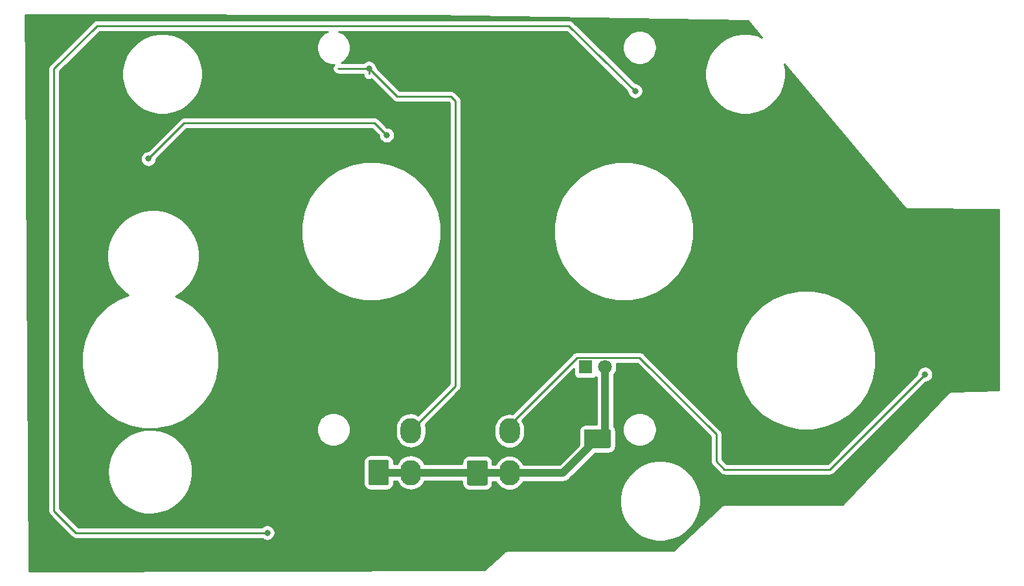
<source format=gbr>
%TF.GenerationSoftware,KiCad,Pcbnew,(5.1.12-1-10_14)*%
%TF.CreationDate,2021-11-25T17:09:38+11:00*%
%TF.ProjectId,Fuel Panel PCB V2,4675656c-2050-4616-9e65-6c2050434220,rev?*%
%TF.SameCoordinates,Original*%
%TF.FileFunction,Copper,L2,Bot*%
%TF.FilePolarity,Positive*%
%FSLAX46Y46*%
G04 Gerber Fmt 4.6, Leading zero omitted, Abs format (unit mm)*
G04 Created by KiCad (PCBNEW (5.1.12-1-10_14)) date 2021-11-25 17:09:38*
%MOMM*%
%LPD*%
G01*
G04 APERTURE LIST*
%TA.AperFunction,ComponentPad*%
%ADD10O,2.700000X3.300000*%
%TD*%
%TA.AperFunction,ComponentPad*%
%ADD11C,1.800000*%
%TD*%
%TA.AperFunction,ComponentPad*%
%ADD12R,1.800000X1.800000*%
%TD*%
%TA.AperFunction,ViaPad*%
%ADD13C,0.800000*%
%TD*%
%TA.AperFunction,ViaPad*%
%ADD14C,1.500000*%
%TD*%
%TA.AperFunction,Conductor*%
%ADD15C,0.250000*%
%TD*%
%TA.AperFunction,Conductor*%
%ADD16C,1.000000*%
%TD*%
%TA.AperFunction,Conductor*%
%ADD17C,0.254000*%
%TD*%
%TA.AperFunction,Conductor*%
%ADD18C,0.100000*%
%TD*%
G04 APERTURE END LIST*
D10*
%TO.P,J2,4*%
%TO.N,/DATAOUT*%
X163001000Y-130187000D03*
%TO.P,J2,3*%
%TO.N,/LEDGND*%
X158801000Y-130187000D03*
%TO.P,J2,2*%
%TO.N,/LED+5V*%
X163001000Y-135687000D03*
%TO.P,J2,1*%
%TA.AperFunction,ComponentPad*%
G36*
G01*
X157451000Y-137086999D02*
X157451000Y-134287001D01*
G75*
G02*
X157701001Y-134037000I250001J0D01*
G01*
X159900999Y-134037000D01*
G75*
G02*
X160151000Y-134287001I0J-250001D01*
G01*
X160151000Y-137086999D01*
G75*
G02*
X159900999Y-137337000I-250001J0D01*
G01*
X157701001Y-137337000D01*
G75*
G02*
X157451000Y-137086999I0J250001D01*
G01*
G37*
%TD.AperFunction*%
%TD*%
%TO.P,J1,4*%
%TO.N,/DATAIN*%
X150098000Y-130136000D03*
%TO.P,J1,3*%
%TO.N,/LEDGND*%
X145898000Y-130136000D03*
%TO.P,J1,2*%
%TO.N,/LED+5V*%
X150098000Y-135636000D03*
%TO.P,J1,1*%
%TA.AperFunction,ComponentPad*%
G36*
G01*
X144548000Y-137035999D02*
X144548000Y-134236001D01*
G75*
G02*
X144798001Y-133986000I250001J0D01*
G01*
X146997999Y-133986000D01*
G75*
G02*
X147248000Y-134236001I0J-250001D01*
G01*
X147248000Y-137035999D01*
G75*
G02*
X146997999Y-137286000I-250001J0D01*
G01*
X144798001Y-137286000D01*
G75*
G02*
X144548000Y-137035999I0J250001D01*
G01*
G37*
%TD.AperFunction*%
%TD*%
D11*
%TO.P,D33,2*%
%TO.N,/LED+5V*%
X175514000Y-121818000D03*
D12*
%TO.P,D33,1*%
%TO.N,Net-(D33-Pad1)*%
X172974000Y-121818000D03*
%TD*%
%TO.P,C1,2*%
%TO.N,/LEDGND*%
%TA.AperFunction,SMDPad,CuDef*%
G36*
G01*
X169748000Y-130216000D02*
X169748000Y-132216000D01*
G75*
G02*
X169498000Y-132466000I-250000J0D01*
G01*
X166498000Y-132466000D01*
G75*
G02*
X166248000Y-132216000I0J250000D01*
G01*
X166248000Y-130216000D01*
G75*
G02*
X166498000Y-129966000I250000J0D01*
G01*
X169498000Y-129966000D01*
G75*
G02*
X169748000Y-130216000I0J-250000D01*
G01*
G37*
%TD.AperFunction*%
%TO.P,C1,1*%
%TO.N,/LED+5V*%
%TA.AperFunction,SMDPad,CuDef*%
G36*
G01*
X176248000Y-130216000D02*
X176248000Y-132216000D01*
G75*
G02*
X175998000Y-132466000I-250000J0D01*
G01*
X172998000Y-132466000D01*
G75*
G02*
X172748000Y-132216000I0J250000D01*
G01*
X172748000Y-130216000D01*
G75*
G02*
X172998000Y-129966000I250000J0D01*
G01*
X175998000Y-129966000D01*
G75*
G02*
X176248000Y-130216000I0J-250000D01*
G01*
G37*
%TD.AperFunction*%
%TD*%
D13*
%TO.N,Net-(D4-Pad4)*%
X115818920Y-94554040D03*
X146951700Y-91465400D03*
%TO.N,Net-(D11-Pad4)*%
X131335780Y-143524222D03*
X179440840Y-85681820D03*
D14*
%TO.N,/LEDGND*%
X158079440Y-115740180D03*
X167584120Y-115884960D03*
X160071000Y-107604760D03*
X161160460Y-99860100D03*
X166980000Y-99583640D03*
X153449020Y-89966800D03*
X141848840Y-91912440D03*
X153609040Y-82034380D03*
X165691820Y-85608160D03*
X173319440Y-85511640D03*
X182120540Y-87972900D03*
X111993680Y-100584000D03*
X124170440Y-97223580D03*
X107553760Y-94452840D03*
X134502473Y-124609173D03*
X143774160Y-124510800D03*
X150738840Y-124818140D03*
X131124960Y-145564860D03*
X195003420Y-109491780D03*
X207403700Y-111749840D03*
X210233260Y-104559100D03*
X167723820Y-121772680D03*
X216735660Y-105699560D03*
X208920080Y-133946900D03*
X167538000Y-104408840D03*
D13*
%TO.N,/DATAIN*%
X144627600Y-82725260D03*
%TO.N,/DATAOUT*%
X217324340Y-122783000D03*
%TD*%
D15*
%TO.N,Net-(D4-Pad4)*%
X115818920Y-94554040D02*
X120495060Y-89877900D01*
X120495060Y-89877900D02*
X145348960Y-89877900D01*
X145348960Y-89877900D02*
X146951700Y-91465400D01*
X146951700Y-91465400D02*
X146936460Y-91465400D01*
%TO.N,Net-(D11-Pad4)*%
X131335780Y-143524222D02*
X106320842Y-143524222D01*
X106320842Y-143524222D02*
X103451660Y-140655040D01*
X103451660Y-140655040D02*
X103451660Y-82793840D01*
X103451660Y-82793840D02*
X109105700Y-77139800D01*
X109105700Y-77139800D02*
X170715940Y-77139800D01*
X170715940Y-77139800D02*
X170784520Y-77139800D01*
X170784520Y-77139800D02*
X179440840Y-85681820D01*
X179440840Y-85681820D02*
X179384960Y-85740240D01*
D16*
%TO.N,/LED+5V*%
X175514000Y-130200000D02*
X174498000Y-131216000D01*
X175514000Y-121818000D02*
X175514000Y-130200000D01*
X170027000Y-135687000D02*
X163001000Y-135687000D01*
X174498000Y-131216000D02*
X170027000Y-135687000D01*
X163001000Y-135687000D02*
X158801000Y-135687000D01*
X158750000Y-135636000D02*
X158801000Y-135687000D01*
X150098000Y-135636000D02*
X158750000Y-135636000D01*
X150098000Y-135636000D02*
X145898000Y-135636000D01*
D15*
%TO.N,/DATAIN*%
X144627600Y-82725260D02*
X140624560Y-82725260D01*
X144627600Y-82725260D02*
X144627600Y-83456780D01*
X155938220Y-86967060D02*
X155938220Y-124295780D01*
X155371800Y-86400640D02*
X155938220Y-86967060D01*
X144627600Y-82725260D02*
X148302980Y-86400640D01*
X155938220Y-124295780D02*
X150098000Y-130136000D01*
X148302980Y-86400640D02*
X155371800Y-86400640D01*
%TO.N,/DATAOUT*%
X217324340Y-122783000D02*
X204887900Y-135219440D01*
X204887900Y-135219440D02*
X191104520Y-135219440D01*
X191104520Y-135219440D02*
X190060580Y-134175500D01*
X190060580Y-134175500D02*
X190060580Y-130637280D01*
X163001000Y-129405998D02*
X163001000Y-130187000D01*
X180016299Y-120592999D02*
X171813999Y-120592999D01*
X171813999Y-120592999D02*
X163001000Y-129405998D01*
X190060580Y-130637280D02*
X180016299Y-120592999D01*
%TD*%
D17*
%TO.N,/LEDGND*%
X152749361Y-75793189D02*
X194200592Y-76499171D01*
X196011644Y-78662620D01*
X195353944Y-78390192D01*
X194334439Y-78187400D01*
X193294961Y-78187400D01*
X192275456Y-78390192D01*
X191315103Y-78787983D01*
X190450809Y-79365487D01*
X189715787Y-80100509D01*
X189138283Y-80964803D01*
X188740492Y-81925156D01*
X188537700Y-82944661D01*
X188537700Y-83984139D01*
X188740492Y-85003644D01*
X189138283Y-85963997D01*
X189715787Y-86828291D01*
X190450809Y-87563313D01*
X191315103Y-88140817D01*
X192275456Y-88538608D01*
X193294961Y-88741400D01*
X194334439Y-88741400D01*
X195353944Y-88538608D01*
X196314297Y-88140817D01*
X197178591Y-87563313D01*
X197913613Y-86828291D01*
X198491117Y-85963997D01*
X198888908Y-85003644D01*
X199091700Y-83984139D01*
X199091700Y-82944661D01*
X198934460Y-82154161D01*
X214628174Y-100901580D01*
X214665240Y-100947504D01*
X214694794Y-100972165D01*
X214722289Y-100999129D01*
X214744598Y-101013723D01*
X214765061Y-101030798D01*
X214798860Y-101049220D01*
X214831085Y-101070301D01*
X214855815Y-101080264D01*
X214879214Y-101093017D01*
X214915957Y-101104492D01*
X214951676Y-101118881D01*
X214977869Y-101123826D01*
X215003312Y-101131772D01*
X215041598Y-101135858D01*
X215079428Y-101143001D01*
X215138503Y-101142426D01*
X226925335Y-101238645D01*
X226973482Y-124830749D01*
X220894098Y-124967878D01*
X220859791Y-124965469D01*
X220797155Y-124973418D01*
X220734382Y-124981034D01*
X220732640Y-124981606D01*
X220730817Y-124981837D01*
X220670809Y-125001896D01*
X220610855Y-125021570D01*
X220609259Y-125022470D01*
X220607515Y-125023053D01*
X220552541Y-125054451D01*
X220497609Y-125085425D01*
X220496220Y-125086618D01*
X220494622Y-125087531D01*
X220446759Y-125129112D01*
X220398997Y-125170147D01*
X220377789Y-125197211D01*
X206522506Y-139852800D01*
X191152956Y-139852800D01*
X191131512Y-139849970D01*
X191088119Y-139852800D01*
X191077181Y-139852800D01*
X191055741Y-139854912D01*
X191001778Y-139858431D01*
X190991161Y-139861272D01*
X190980217Y-139862350D01*
X190928441Y-139878056D01*
X190876190Y-139892039D01*
X190866328Y-139896898D01*
X190855807Y-139900090D01*
X190808092Y-139925594D01*
X190759570Y-139949503D01*
X190750847Y-139956192D01*
X190741150Y-139961375D01*
X190699339Y-139995688D01*
X190682252Y-140008791D01*
X190674269Y-140016263D01*
X190640652Y-140043852D01*
X190626929Y-140060573D01*
X184498268Y-145797002D01*
X162807587Y-145847096D01*
X162788688Y-145844498D01*
X162742733Y-145847246D01*
X162729257Y-145847277D01*
X162710376Y-145849181D01*
X162658911Y-145852258D01*
X162645797Y-145855692D01*
X162632316Y-145857051D01*
X162583021Y-145872129D01*
X162533143Y-145885189D01*
X162520953Y-145891114D01*
X162507993Y-145895078D01*
X162462590Y-145919481D01*
X162416215Y-145942022D01*
X162405412Y-145950213D01*
X162393478Y-145956628D01*
X162353716Y-145989414D01*
X162338578Y-146000893D01*
X162328681Y-146010057D01*
X162293171Y-146039337D01*
X162281105Y-146054109D01*
X159760662Y-148387852D01*
X100223483Y-148537946D01*
X99773181Y-82793840D01*
X102687984Y-82793840D01*
X102691661Y-82831173D01*
X102691660Y-140617718D01*
X102687984Y-140655040D01*
X102691660Y-140692362D01*
X102691660Y-140692372D01*
X102702657Y-140804025D01*
X102726083Y-140881250D01*
X102746114Y-140947286D01*
X102816686Y-141079316D01*
X102832678Y-141098802D01*
X102911659Y-141195041D01*
X102940663Y-141218844D01*
X105757043Y-144035225D01*
X105780841Y-144064223D01*
X105809839Y-144088021D01*
X105896565Y-144159196D01*
X106028595Y-144229768D01*
X106171856Y-144273225D01*
X106283509Y-144284222D01*
X106283518Y-144284222D01*
X106320841Y-144287898D01*
X106358164Y-144284222D01*
X130632069Y-144284222D01*
X130676006Y-144328159D01*
X130845524Y-144441427D01*
X131033882Y-144519448D01*
X131233841Y-144559222D01*
X131437719Y-144559222D01*
X131637678Y-144519448D01*
X131826036Y-144441427D01*
X131995554Y-144328159D01*
X132139717Y-144183996D01*
X132252985Y-144014478D01*
X132331006Y-143826120D01*
X132370780Y-143626161D01*
X132370780Y-143422283D01*
X132331006Y-143222324D01*
X132252985Y-143033966D01*
X132139717Y-142864448D01*
X131995554Y-142720285D01*
X131826036Y-142607017D01*
X131637678Y-142528996D01*
X131437719Y-142489222D01*
X131233841Y-142489222D01*
X131033882Y-142528996D01*
X130845524Y-142607017D01*
X130676006Y-142720285D01*
X130632069Y-142764222D01*
X106635644Y-142764222D01*
X104211660Y-140340239D01*
X104211660Y-135534400D01*
X110457189Y-135534400D01*
X110546701Y-136528964D01*
X110812361Y-137491562D01*
X111245631Y-138391255D01*
X111832584Y-139199126D01*
X112554355Y-139889210D01*
X113387746Y-140439327D01*
X114305972Y-140831795D01*
X115279519Y-141054001D01*
X116277098Y-141098802D01*
X117266644Y-140964759D01*
X118216354Y-140656180D01*
X119095702Y-140182982D01*
X119876427Y-139560375D01*
X120519200Y-138824661D01*
X177427740Y-138824661D01*
X177427740Y-139864139D01*
X177630532Y-140883644D01*
X178028323Y-141843997D01*
X178605827Y-142708291D01*
X179340849Y-143443313D01*
X180205143Y-144020817D01*
X181165496Y-144418608D01*
X182185001Y-144621400D01*
X183224479Y-144621400D01*
X184243984Y-144418608D01*
X185204337Y-144020817D01*
X186068631Y-143443313D01*
X186803653Y-142708291D01*
X187381157Y-141843997D01*
X187778948Y-140883644D01*
X187981740Y-139864139D01*
X187981740Y-138824661D01*
X187778948Y-137805156D01*
X187381157Y-136844803D01*
X186803653Y-135980509D01*
X186068631Y-135245487D01*
X185204337Y-134667983D01*
X184243984Y-134270192D01*
X183224479Y-134067400D01*
X182185001Y-134067400D01*
X181165496Y-134270192D01*
X180205143Y-134667983D01*
X179340849Y-135245487D01*
X178605827Y-135980509D01*
X178028323Y-136844803D01*
X177630532Y-137805156D01*
X177427740Y-138824661D01*
X120519200Y-138824661D01*
X120533434Y-138808370D01*
X121045607Y-137951137D01*
X121396484Y-137016228D01*
X121574788Y-136033692D01*
X121574788Y-135035108D01*
X121429772Y-134236001D01*
X143909928Y-134236001D01*
X143909928Y-137035999D01*
X143926992Y-137209253D01*
X143977529Y-137375850D01*
X144059595Y-137529386D01*
X144170039Y-137663961D01*
X144304614Y-137774405D01*
X144458150Y-137856471D01*
X144624747Y-137907008D01*
X144798001Y-137924072D01*
X146997999Y-137924072D01*
X147171253Y-137907008D01*
X147337850Y-137856471D01*
X147491386Y-137774405D01*
X147625961Y-137663961D01*
X147736405Y-137529386D01*
X147818471Y-137375850D01*
X147869008Y-137209253D01*
X147886072Y-137035999D01*
X147886072Y-136771000D01*
X148293549Y-136771000D01*
X148439547Y-137044143D01*
X148687603Y-137346398D01*
X148989858Y-137594453D01*
X149334699Y-137778774D01*
X149708873Y-137892278D01*
X150098000Y-137930604D01*
X150487128Y-137892278D01*
X150861302Y-137778774D01*
X151206143Y-137594453D01*
X151508398Y-137346398D01*
X151756453Y-137044143D01*
X151902451Y-136771000D01*
X156812928Y-136771000D01*
X156812928Y-137086999D01*
X156829992Y-137260253D01*
X156880529Y-137426850D01*
X156962595Y-137580386D01*
X157073039Y-137714961D01*
X157207614Y-137825405D01*
X157361150Y-137907471D01*
X157527747Y-137958008D01*
X157701001Y-137975072D01*
X159900999Y-137975072D01*
X160074253Y-137958008D01*
X160240850Y-137907471D01*
X160394386Y-137825405D01*
X160528961Y-137714961D01*
X160639405Y-137580386D01*
X160721471Y-137426850D01*
X160772008Y-137260253D01*
X160789072Y-137086999D01*
X160789072Y-136822000D01*
X161196549Y-136822000D01*
X161342547Y-137095143D01*
X161590603Y-137397398D01*
X161892858Y-137645453D01*
X162237699Y-137829774D01*
X162611873Y-137943278D01*
X163001000Y-137981604D01*
X163390128Y-137943278D01*
X163764302Y-137829774D01*
X164109143Y-137645453D01*
X164411398Y-137397398D01*
X164659453Y-137095143D01*
X164805451Y-136822000D01*
X169971249Y-136822000D01*
X170027000Y-136827491D01*
X170082751Y-136822000D01*
X170082752Y-136822000D01*
X170249499Y-136805577D01*
X170463447Y-136740676D01*
X170660623Y-136635284D01*
X170833449Y-136493449D01*
X170868996Y-136450135D01*
X174215060Y-133104072D01*
X175998000Y-133104072D01*
X176171254Y-133087008D01*
X176337850Y-133036472D01*
X176491386Y-132954405D01*
X176625962Y-132843962D01*
X176736405Y-132709386D01*
X176818472Y-132555850D01*
X176869008Y-132389254D01*
X176886072Y-132216000D01*
X176886072Y-130216000D01*
X176869008Y-130042746D01*
X176818472Y-129876150D01*
X176767839Y-129781422D01*
X177780738Y-129781422D01*
X177780738Y-130218578D01*
X177866023Y-130647335D01*
X178033316Y-131051215D01*
X178276187Y-131414697D01*
X178585303Y-131723813D01*
X178948785Y-131966684D01*
X179352665Y-132133977D01*
X179781422Y-132219262D01*
X180218578Y-132219262D01*
X180647335Y-132133977D01*
X181051215Y-131966684D01*
X181414697Y-131723813D01*
X181723813Y-131414697D01*
X181966684Y-131051215D01*
X182133977Y-130647335D01*
X182219262Y-130218578D01*
X182219262Y-129781422D01*
X182133977Y-129352665D01*
X181966684Y-128948785D01*
X181723813Y-128585303D01*
X181414697Y-128276187D01*
X181051215Y-128033316D01*
X180647335Y-127866023D01*
X180218578Y-127780738D01*
X179781422Y-127780738D01*
X179352665Y-127866023D01*
X178948785Y-128033316D01*
X178585303Y-128276187D01*
X178276187Y-128585303D01*
X178033316Y-128948785D01*
X177866023Y-129352665D01*
X177780738Y-129781422D01*
X176767839Y-129781422D01*
X176736405Y-129722614D01*
X176649000Y-129616110D01*
X176649000Y-122853817D01*
X176706312Y-122796505D01*
X176874299Y-122545095D01*
X176990011Y-122265743D01*
X177049000Y-121969184D01*
X177049000Y-121666816D01*
X176990011Y-121370257D01*
X176982862Y-121352999D01*
X179701498Y-121352999D01*
X189300581Y-130952084D01*
X189300580Y-134138177D01*
X189296904Y-134175500D01*
X189300580Y-134212822D01*
X189300580Y-134212832D01*
X189311577Y-134324485D01*
X189355034Y-134467746D01*
X189425606Y-134599776D01*
X189465451Y-134648326D01*
X189520579Y-134715501D01*
X189549582Y-134739304D01*
X190540721Y-135730443D01*
X190564519Y-135759441D01*
X190593517Y-135783239D01*
X190680243Y-135854414D01*
X190783297Y-135909498D01*
X190812273Y-135924986D01*
X190955534Y-135968443D01*
X191067187Y-135979440D01*
X191067196Y-135979440D01*
X191104519Y-135983116D01*
X191141842Y-135979440D01*
X204850578Y-135979440D01*
X204887900Y-135983116D01*
X204925222Y-135979440D01*
X204925233Y-135979440D01*
X205036886Y-135968443D01*
X205180147Y-135924986D01*
X205312176Y-135854414D01*
X205427901Y-135759441D01*
X205451704Y-135730437D01*
X217364142Y-123818000D01*
X217426279Y-123818000D01*
X217626238Y-123778226D01*
X217814596Y-123700205D01*
X217984114Y-123586937D01*
X218128277Y-123442774D01*
X218241545Y-123273256D01*
X218319566Y-123084898D01*
X218359340Y-122884939D01*
X218359340Y-122681061D01*
X218319566Y-122481102D01*
X218241545Y-122292744D01*
X218128277Y-122123226D01*
X217984114Y-121979063D01*
X217814596Y-121865795D01*
X217626238Y-121787774D01*
X217426279Y-121748000D01*
X217222401Y-121748000D01*
X217022442Y-121787774D01*
X216834084Y-121865795D01*
X216664566Y-121979063D01*
X216520403Y-122123226D01*
X216407135Y-122292744D01*
X216329114Y-122481102D01*
X216289340Y-122681061D01*
X216289340Y-122743198D01*
X204573099Y-134459440D01*
X191419322Y-134459440D01*
X190820580Y-133860699D01*
X190820580Y-130674602D01*
X190824256Y-130637279D01*
X190820580Y-130599956D01*
X190820580Y-130599947D01*
X190809583Y-130488294D01*
X190766126Y-130345033D01*
X190695554Y-130213004D01*
X190653962Y-130162324D01*
X190624379Y-130126276D01*
X190624375Y-130126272D01*
X190600581Y-130097279D01*
X190571588Y-130073485D01*
X180580103Y-120082002D01*
X180556300Y-120052998D01*
X180528849Y-120030469D01*
X192625200Y-120030469D01*
X192625200Y-121828331D01*
X192975945Y-123591648D01*
X193663957Y-125252656D01*
X194662796Y-126747524D01*
X195934076Y-128018804D01*
X197428944Y-129017643D01*
X199089952Y-129705655D01*
X200853269Y-130056400D01*
X202651131Y-130056400D01*
X204414448Y-129705655D01*
X206075456Y-129017643D01*
X207570324Y-128018804D01*
X208841604Y-126747524D01*
X209840443Y-125252656D01*
X210528455Y-123591648D01*
X210879200Y-121828331D01*
X210879200Y-120030469D01*
X210528455Y-118267152D01*
X209840443Y-116606144D01*
X208841604Y-115111276D01*
X207570324Y-113839996D01*
X206075456Y-112841157D01*
X204414448Y-112153145D01*
X202651131Y-111802400D01*
X200853269Y-111802400D01*
X199089952Y-112153145D01*
X197428944Y-112841157D01*
X195934076Y-113839996D01*
X194662796Y-115111276D01*
X193663957Y-116606144D01*
X192975945Y-118267152D01*
X192625200Y-120030469D01*
X180528849Y-120030469D01*
X180440575Y-119958025D01*
X180308546Y-119887453D01*
X180165285Y-119843996D01*
X180053632Y-119832999D01*
X180053621Y-119832999D01*
X180016299Y-119829323D01*
X179978977Y-119832999D01*
X171851324Y-119832999D01*
X171813999Y-119829323D01*
X171776674Y-119832999D01*
X171776666Y-119832999D01*
X171665013Y-119843996D01*
X171521752Y-119887453D01*
X171389723Y-119958025D01*
X171273998Y-120052998D01*
X171250200Y-120081996D01*
X163398834Y-127933363D01*
X163390127Y-127930722D01*
X163001000Y-127892396D01*
X162611872Y-127930722D01*
X162237698Y-128044226D01*
X161892857Y-128228547D01*
X161590602Y-128476602D01*
X161342547Y-128778857D01*
X161158226Y-129123699D01*
X161044722Y-129497873D01*
X161016000Y-129789491D01*
X161016000Y-130584510D01*
X161044722Y-130876128D01*
X161158226Y-131250302D01*
X161342547Y-131595143D01*
X161590603Y-131897398D01*
X161892858Y-132145453D01*
X162237699Y-132329774D01*
X162611873Y-132443278D01*
X163001000Y-132481604D01*
X163390128Y-132443278D01*
X163764302Y-132329774D01*
X164109143Y-132145453D01*
X164411398Y-131897398D01*
X164659453Y-131595143D01*
X164843774Y-131250302D01*
X164957278Y-130876127D01*
X164986000Y-130584509D01*
X164986000Y-129789490D01*
X164957278Y-129497872D01*
X164843774Y-129123698D01*
X164674601Y-128807198D01*
X171435928Y-122045872D01*
X171435928Y-122718000D01*
X171448188Y-122842482D01*
X171484498Y-122962180D01*
X171543463Y-123072494D01*
X171622815Y-123169185D01*
X171719506Y-123248537D01*
X171829820Y-123307502D01*
X171949518Y-123343812D01*
X172074000Y-123356072D01*
X173874000Y-123356072D01*
X173998482Y-123343812D01*
X174118180Y-123307502D01*
X174228494Y-123248537D01*
X174325185Y-123169185D01*
X174379000Y-123103611D01*
X174379001Y-129327928D01*
X172998000Y-129327928D01*
X172824746Y-129344992D01*
X172658150Y-129395528D01*
X172504614Y-129477595D01*
X172370038Y-129588038D01*
X172259595Y-129722614D01*
X172177528Y-129876150D01*
X172126992Y-130042746D01*
X172109928Y-130216000D01*
X172109928Y-131998940D01*
X169556869Y-134552000D01*
X164805451Y-134552000D01*
X164659453Y-134278857D01*
X164411398Y-133976602D01*
X164109143Y-133728547D01*
X163764301Y-133544226D01*
X163390127Y-133430722D01*
X163001000Y-133392396D01*
X162611872Y-133430722D01*
X162237698Y-133544226D01*
X161892857Y-133728547D01*
X161590602Y-133976602D01*
X161342547Y-134278857D01*
X161196550Y-134552000D01*
X160789072Y-134552000D01*
X160789072Y-134287001D01*
X160772008Y-134113747D01*
X160721471Y-133947150D01*
X160639405Y-133793614D01*
X160528961Y-133659039D01*
X160394386Y-133548595D01*
X160240850Y-133466529D01*
X160074253Y-133415992D01*
X159900999Y-133398928D01*
X157701001Y-133398928D01*
X157527747Y-133415992D01*
X157361150Y-133466529D01*
X157207614Y-133548595D01*
X157073039Y-133659039D01*
X156962595Y-133793614D01*
X156880529Y-133947150D01*
X156829992Y-134113747D01*
X156812928Y-134287001D01*
X156812928Y-134501000D01*
X151902451Y-134501000D01*
X151756453Y-134227857D01*
X151508398Y-133925602D01*
X151206143Y-133677547D01*
X150861301Y-133493226D01*
X150487127Y-133379722D01*
X150098000Y-133341396D01*
X149708872Y-133379722D01*
X149334698Y-133493226D01*
X148989857Y-133677547D01*
X148687602Y-133925602D01*
X148439547Y-134227857D01*
X148293550Y-134501000D01*
X147886072Y-134501000D01*
X147886072Y-134236001D01*
X147869008Y-134062747D01*
X147818471Y-133896150D01*
X147736405Y-133742614D01*
X147625961Y-133608039D01*
X147491386Y-133497595D01*
X147337850Y-133415529D01*
X147171253Y-133364992D01*
X146997999Y-133347928D01*
X144798001Y-133347928D01*
X144624747Y-133364992D01*
X144458150Y-133415529D01*
X144304614Y-133497595D01*
X144170039Y-133608039D01*
X144059595Y-133742614D01*
X143977529Y-133896150D01*
X143926992Y-134062747D01*
X143909928Y-134236001D01*
X121429772Y-134236001D01*
X121396484Y-134052572D01*
X121045607Y-133117663D01*
X120533434Y-132260430D01*
X119876427Y-131508425D01*
X119095702Y-130885818D01*
X118216354Y-130412620D01*
X117266644Y-130104041D01*
X116277098Y-129969998D01*
X115279519Y-130014799D01*
X114305972Y-130237005D01*
X113387746Y-130629473D01*
X112554355Y-131179590D01*
X111832584Y-131869674D01*
X111245631Y-132677545D01*
X110812361Y-133577238D01*
X110546701Y-134539836D01*
X110457189Y-135534400D01*
X104211660Y-135534400D01*
X104211660Y-120045243D01*
X107050200Y-120045243D01*
X107050200Y-121813557D01*
X107395181Y-123547894D01*
X108071886Y-125181604D01*
X109054309Y-126651904D01*
X110304696Y-127902291D01*
X111774996Y-128884714D01*
X113408706Y-129561419D01*
X115143043Y-129906400D01*
X116911357Y-129906400D01*
X117539663Y-129781422D01*
X137780738Y-129781422D01*
X137780738Y-130218578D01*
X137866023Y-130647335D01*
X138033316Y-131051215D01*
X138276187Y-131414697D01*
X138585303Y-131723813D01*
X138948785Y-131966684D01*
X139352665Y-132133977D01*
X139781422Y-132219262D01*
X140218578Y-132219262D01*
X140647335Y-132133977D01*
X141051215Y-131966684D01*
X141414697Y-131723813D01*
X141723813Y-131414697D01*
X141966684Y-131051215D01*
X142133977Y-130647335D01*
X142219262Y-130218578D01*
X142219262Y-129781422D01*
X142133977Y-129352665D01*
X141966684Y-128948785D01*
X141723813Y-128585303D01*
X141414697Y-128276187D01*
X141051215Y-128033316D01*
X140647335Y-127866023D01*
X140218578Y-127780738D01*
X139781422Y-127780738D01*
X139352665Y-127866023D01*
X138948785Y-128033316D01*
X138585303Y-128276187D01*
X138276187Y-128585303D01*
X138033316Y-128948785D01*
X137866023Y-129352665D01*
X137780738Y-129781422D01*
X117539663Y-129781422D01*
X118645694Y-129561419D01*
X120279404Y-128884714D01*
X121749704Y-127902291D01*
X123000091Y-126651904D01*
X123982514Y-125181604D01*
X124659219Y-123547894D01*
X125004200Y-121813557D01*
X125004200Y-120045243D01*
X124659219Y-118310906D01*
X123982514Y-116677196D01*
X123000091Y-115206896D01*
X121749704Y-113956509D01*
X120279404Y-112974086D01*
X119349105Y-112588743D01*
X119915234Y-112261889D01*
X120725769Y-111581769D01*
X121405889Y-110771234D01*
X121934928Y-109854911D01*
X122296812Y-108860643D01*
X122480546Y-107818639D01*
X122480546Y-106760561D01*
X122296812Y-105718557D01*
X121934928Y-104724289D01*
X121405889Y-103807966D01*
X120844954Y-103139469D01*
X135792700Y-103139469D01*
X135792700Y-104937331D01*
X136143445Y-106700648D01*
X136831457Y-108361656D01*
X137830296Y-109856524D01*
X139101576Y-111127804D01*
X140596444Y-112126643D01*
X142257452Y-112814655D01*
X144020769Y-113165400D01*
X145818631Y-113165400D01*
X147581948Y-112814655D01*
X149242956Y-112126643D01*
X150737824Y-111127804D01*
X152009104Y-109856524D01*
X153007943Y-108361656D01*
X153695955Y-106700648D01*
X154046700Y-104937331D01*
X154046700Y-103139469D01*
X153695955Y-101376152D01*
X153007943Y-99715144D01*
X152009104Y-98220276D01*
X150737824Y-96948996D01*
X149242956Y-95950157D01*
X147581948Y-95262145D01*
X145818631Y-94911400D01*
X144020769Y-94911400D01*
X142257452Y-95262145D01*
X140596444Y-95950157D01*
X139101576Y-96948996D01*
X137830296Y-98220276D01*
X136831457Y-99715144D01*
X136143445Y-101376152D01*
X135792700Y-103139469D01*
X120844954Y-103139469D01*
X120725769Y-102997431D01*
X119915234Y-102317311D01*
X118998911Y-101788272D01*
X118004643Y-101426388D01*
X116962639Y-101242654D01*
X115904561Y-101242654D01*
X114862557Y-101426388D01*
X113868289Y-101788272D01*
X112951966Y-102317311D01*
X112141431Y-102997431D01*
X111461311Y-103807966D01*
X110932272Y-104724289D01*
X110570388Y-105718557D01*
X110386654Y-106760561D01*
X110386654Y-107818639D01*
X110570388Y-108860643D01*
X110932272Y-109854911D01*
X111461311Y-110771234D01*
X112141431Y-111581769D01*
X112951966Y-112261889D01*
X113178558Y-112392712D01*
X111774996Y-112974086D01*
X110304696Y-113956509D01*
X109054309Y-115206896D01*
X108071886Y-116677196D01*
X107395181Y-118310906D01*
X107050200Y-120045243D01*
X104211660Y-120045243D01*
X104211660Y-94452101D01*
X114783920Y-94452101D01*
X114783920Y-94655979D01*
X114823694Y-94855938D01*
X114901715Y-95044296D01*
X115014983Y-95213814D01*
X115159146Y-95357977D01*
X115328664Y-95471245D01*
X115517022Y-95549266D01*
X115716981Y-95589040D01*
X115920859Y-95589040D01*
X116120818Y-95549266D01*
X116309176Y-95471245D01*
X116478694Y-95357977D01*
X116622857Y-95213814D01*
X116736125Y-95044296D01*
X116814146Y-94855938D01*
X116853920Y-94655979D01*
X116853920Y-94593841D01*
X120809862Y-90637900D01*
X145036283Y-90637900D01*
X145916700Y-91509946D01*
X145916700Y-91567339D01*
X145956474Y-91767298D01*
X146034495Y-91955656D01*
X146147763Y-92125174D01*
X146291926Y-92269337D01*
X146461444Y-92382605D01*
X146649802Y-92460626D01*
X146849761Y-92500400D01*
X147053639Y-92500400D01*
X147253598Y-92460626D01*
X147441956Y-92382605D01*
X147611474Y-92269337D01*
X147755637Y-92125174D01*
X147868905Y-91955656D01*
X147946926Y-91767298D01*
X147986700Y-91567339D01*
X147986700Y-91363461D01*
X147946926Y-91163502D01*
X147868905Y-90975144D01*
X147755637Y-90805626D01*
X147611474Y-90661463D01*
X147441956Y-90548195D01*
X147253598Y-90470174D01*
X147053639Y-90430400D01*
X146986738Y-90430400D01*
X145911607Y-89365493D01*
X145888961Y-89337899D01*
X145858553Y-89312944D01*
X145857263Y-89311666D01*
X145829778Y-89289329D01*
X145773236Y-89242926D01*
X145771615Y-89242060D01*
X145770197Y-89240907D01*
X145705762Y-89206860D01*
X145641207Y-89172354D01*
X145639450Y-89171821D01*
X145637832Y-89170966D01*
X145567898Y-89150116D01*
X145497946Y-89128897D01*
X145496121Y-89128717D01*
X145494366Y-89128194D01*
X145421698Y-89121387D01*
X145386293Y-89117900D01*
X145384470Y-89117900D01*
X145345312Y-89114232D01*
X145309811Y-89117900D01*
X120532393Y-89117900D01*
X120495060Y-89114223D01*
X120457727Y-89117900D01*
X120346074Y-89128897D01*
X120202813Y-89172354D01*
X120070784Y-89242926D01*
X119955059Y-89337899D01*
X119931261Y-89366897D01*
X115779119Y-93519040D01*
X115716981Y-93519040D01*
X115517022Y-93558814D01*
X115328664Y-93636835D01*
X115159146Y-93750103D01*
X115014983Y-93894266D01*
X114901715Y-94063784D01*
X114823694Y-94252142D01*
X114783920Y-94452101D01*
X104211660Y-94452101D01*
X104211660Y-83108641D01*
X104375640Y-82944661D01*
X112337700Y-82944661D01*
X112337700Y-83984139D01*
X112540492Y-85003644D01*
X112938283Y-85963997D01*
X113515787Y-86828291D01*
X114250809Y-87563313D01*
X115115103Y-88140817D01*
X116075456Y-88538608D01*
X117094961Y-88741400D01*
X118134439Y-88741400D01*
X119153944Y-88538608D01*
X120114297Y-88140817D01*
X120978591Y-87563313D01*
X121713613Y-86828291D01*
X122291117Y-85963997D01*
X122688908Y-85003644D01*
X122891700Y-83984139D01*
X122891700Y-82944661D01*
X122688908Y-81925156D01*
X122291117Y-80964803D01*
X121713613Y-80100509D01*
X120978591Y-79365487D01*
X120114297Y-78787983D01*
X119153944Y-78390192D01*
X118134439Y-78187400D01*
X117094961Y-78187400D01*
X116075456Y-78390192D01*
X115115103Y-78787983D01*
X114250809Y-79365487D01*
X113515787Y-80100509D01*
X112938283Y-80964803D01*
X112540492Y-81925156D01*
X112337700Y-82944661D01*
X104375640Y-82944661D01*
X109420502Y-77899800D01*
X139271120Y-77899800D01*
X138948785Y-78033316D01*
X138585303Y-78276187D01*
X138276187Y-78585303D01*
X138033316Y-78948785D01*
X137866023Y-79352665D01*
X137780738Y-79781422D01*
X137780738Y-80218578D01*
X137866023Y-80647335D01*
X138033316Y-81051215D01*
X138276187Y-81414697D01*
X138585303Y-81723813D01*
X138948785Y-81966684D01*
X139352665Y-82133977D01*
X139781422Y-82219262D01*
X140056653Y-82219262D01*
X139989586Y-82300984D01*
X139919014Y-82433013D01*
X139875557Y-82576274D01*
X139860883Y-82725260D01*
X139875557Y-82874246D01*
X139919014Y-83017507D01*
X139989586Y-83149536D01*
X140084559Y-83265261D01*
X140200284Y-83360234D01*
X140332313Y-83430806D01*
X140475574Y-83474263D01*
X140587227Y-83485260D01*
X143867600Y-83485260D01*
X143867600Y-83494113D01*
X143878597Y-83605766D01*
X143922055Y-83749027D01*
X143992627Y-83881056D01*
X144087600Y-83996781D01*
X144203325Y-84091754D01*
X144335354Y-84162326D01*
X144478615Y-84205783D01*
X144627600Y-84220457D01*
X144776586Y-84205783D01*
X144919847Y-84162326D01*
X144965475Y-84137937D01*
X147739180Y-86911642D01*
X147762979Y-86940641D01*
X147878704Y-87035614D01*
X148010733Y-87106186D01*
X148153994Y-87149643D01*
X148265647Y-87160640D01*
X148265656Y-87160640D01*
X148302979Y-87164316D01*
X148340302Y-87160640D01*
X155056999Y-87160640D01*
X155178220Y-87281862D01*
X155178221Y-123980977D01*
X151059848Y-128099351D01*
X150861301Y-127993226D01*
X150487127Y-127879722D01*
X150098000Y-127841396D01*
X149708872Y-127879722D01*
X149334698Y-127993226D01*
X148989857Y-128177547D01*
X148687602Y-128425602D01*
X148439547Y-128727857D01*
X148255226Y-129072699D01*
X148141722Y-129446873D01*
X148113000Y-129738491D01*
X148113000Y-130533510D01*
X148141722Y-130825128D01*
X148255226Y-131199302D01*
X148439547Y-131544143D01*
X148687603Y-131846398D01*
X148989858Y-132094453D01*
X149334699Y-132278774D01*
X149708873Y-132392278D01*
X150098000Y-132430604D01*
X150487128Y-132392278D01*
X150861302Y-132278774D01*
X151206143Y-132094453D01*
X151508398Y-131846398D01*
X151756453Y-131544143D01*
X151940774Y-131199302D01*
X152054278Y-130825127D01*
X152083000Y-130533509D01*
X152083000Y-129738490D01*
X152054278Y-129446872D01*
X152009510Y-129299291D01*
X156449223Y-124859579D01*
X156478221Y-124835781D01*
X156573194Y-124720056D01*
X156643766Y-124588027D01*
X156687223Y-124444766D01*
X156698220Y-124333113D01*
X156698220Y-124333104D01*
X156701896Y-124295781D01*
X156698220Y-124258458D01*
X156698220Y-103139469D01*
X168812700Y-103139469D01*
X168812700Y-104937331D01*
X169163445Y-106700648D01*
X169851457Y-108361656D01*
X170850296Y-109856524D01*
X172121576Y-111127804D01*
X173616444Y-112126643D01*
X175277452Y-112814655D01*
X177040769Y-113165400D01*
X178838631Y-113165400D01*
X180601948Y-112814655D01*
X182262956Y-112126643D01*
X183757824Y-111127804D01*
X185029104Y-109856524D01*
X186027943Y-108361656D01*
X186715955Y-106700648D01*
X187066700Y-104937331D01*
X187066700Y-103139469D01*
X186715955Y-101376152D01*
X186027943Y-99715144D01*
X185029104Y-98220276D01*
X183757824Y-96948996D01*
X182262956Y-95950157D01*
X180601948Y-95262145D01*
X178838631Y-94911400D01*
X177040769Y-94911400D01*
X175277452Y-95262145D01*
X173616444Y-95950157D01*
X172121576Y-96948996D01*
X170850296Y-98220276D01*
X169851457Y-99715144D01*
X169163445Y-101376152D01*
X168812700Y-103139469D01*
X156698220Y-103139469D01*
X156698220Y-87004383D01*
X156701896Y-86967060D01*
X156698220Y-86929737D01*
X156698220Y-86929727D01*
X156687223Y-86818074D01*
X156643766Y-86674813D01*
X156573194Y-86542784D01*
X156478221Y-86427059D01*
X156449224Y-86403262D01*
X155935603Y-85889642D01*
X155911801Y-85860639D01*
X155796076Y-85765666D01*
X155664047Y-85695094D01*
X155520786Y-85651637D01*
X155409133Y-85640640D01*
X155409122Y-85640640D01*
X155371800Y-85636964D01*
X155334478Y-85640640D01*
X148617782Y-85640640D01*
X145662600Y-82685459D01*
X145662600Y-82623321D01*
X145622826Y-82423362D01*
X145544805Y-82235004D01*
X145431537Y-82065486D01*
X145287374Y-81921323D01*
X145117856Y-81808055D01*
X144929498Y-81730034D01*
X144729539Y-81690260D01*
X144525661Y-81690260D01*
X144325702Y-81730034D01*
X144137344Y-81808055D01*
X143967826Y-81921323D01*
X143923889Y-81965260D01*
X141053346Y-81965260D01*
X141414697Y-81723813D01*
X141723813Y-81414697D01*
X141966684Y-81051215D01*
X142133977Y-80647335D01*
X142219262Y-80218578D01*
X142219262Y-79781422D01*
X142133977Y-79352665D01*
X141966684Y-78948785D01*
X141723813Y-78585303D01*
X141414697Y-78276187D01*
X141051215Y-78033316D01*
X140728880Y-77899800D01*
X170472673Y-77899800D01*
X178405840Y-85728216D01*
X178405840Y-85783759D01*
X178445614Y-85983718D01*
X178523635Y-86172076D01*
X178636903Y-86341594D01*
X178781066Y-86485757D01*
X178950584Y-86599025D01*
X179138942Y-86677046D01*
X179338901Y-86716820D01*
X179542779Y-86716820D01*
X179742738Y-86677046D01*
X179931096Y-86599025D01*
X180100614Y-86485757D01*
X180244777Y-86341594D01*
X180358045Y-86172076D01*
X180436066Y-85983718D01*
X180475840Y-85783759D01*
X180475840Y-85579881D01*
X180436066Y-85379922D01*
X180358045Y-85191564D01*
X180244777Y-85022046D01*
X180100614Y-84877883D01*
X179931096Y-84764615D01*
X179742738Y-84686594D01*
X179542779Y-84646820D01*
X179474007Y-84646820D01*
X174543506Y-79781422D01*
X177780738Y-79781422D01*
X177780738Y-80218578D01*
X177866023Y-80647335D01*
X178033316Y-81051215D01*
X178276187Y-81414697D01*
X178585303Y-81723813D01*
X178948785Y-81966684D01*
X179352665Y-82133977D01*
X179781422Y-82219262D01*
X180218578Y-82219262D01*
X180647335Y-82133977D01*
X181051215Y-81966684D01*
X181414697Y-81723813D01*
X181723813Y-81414697D01*
X181966684Y-81051215D01*
X182133977Y-80647335D01*
X182219262Y-80218578D01*
X182219262Y-79781422D01*
X182133977Y-79352665D01*
X181966684Y-78948785D01*
X181723813Y-78585303D01*
X181414697Y-78276187D01*
X181051215Y-78033316D01*
X180647335Y-77866023D01*
X180218578Y-77780738D01*
X179781422Y-77780738D01*
X179352665Y-77866023D01*
X178948785Y-78033316D01*
X178585303Y-78276187D01*
X178276187Y-78585303D01*
X178033316Y-78948785D01*
X177866023Y-79352665D01*
X177780738Y-79781422D01*
X174543506Y-79781422D01*
X171346715Y-76626842D01*
X171324521Y-76599799D01*
X171293564Y-76574393D01*
X171291764Y-76572617D01*
X171264757Y-76550752D01*
X171208796Y-76504826D01*
X171206544Y-76503622D01*
X171204566Y-76502021D01*
X171140674Y-76468414D01*
X171076767Y-76434254D01*
X171074323Y-76433513D01*
X171072071Y-76432328D01*
X171002834Y-76411827D01*
X170933506Y-76390797D01*
X170930965Y-76390547D01*
X170928524Y-76389824D01*
X170856635Y-76383226D01*
X170821853Y-76379800D01*
X170819311Y-76379800D01*
X170779445Y-76376141D01*
X170744664Y-76379800D01*
X109143022Y-76379800D01*
X109105699Y-76376124D01*
X109068376Y-76379800D01*
X109068367Y-76379800D01*
X108956714Y-76390797D01*
X108819802Y-76432328D01*
X108813453Y-76434254D01*
X108681423Y-76504826D01*
X108598820Y-76572617D01*
X108565699Y-76599799D01*
X108541901Y-76628797D01*
X102940658Y-82230041D01*
X102911660Y-82253839D01*
X102887862Y-82282837D01*
X102887861Y-82282838D01*
X102816686Y-82369564D01*
X102746114Y-82501594D01*
X102702658Y-82644855D01*
X102687984Y-82793840D01*
X99773181Y-82793840D01*
X99724544Y-75692858D01*
X152749361Y-75793189D01*
%TA.AperFunction,Conductor*%
D18*
G36*
X152749361Y-75793189D02*
G01*
X194200592Y-76499171D01*
X196011644Y-78662620D01*
X195353944Y-78390192D01*
X194334439Y-78187400D01*
X193294961Y-78187400D01*
X192275456Y-78390192D01*
X191315103Y-78787983D01*
X190450809Y-79365487D01*
X189715787Y-80100509D01*
X189138283Y-80964803D01*
X188740492Y-81925156D01*
X188537700Y-82944661D01*
X188537700Y-83984139D01*
X188740492Y-85003644D01*
X189138283Y-85963997D01*
X189715787Y-86828291D01*
X190450809Y-87563313D01*
X191315103Y-88140817D01*
X192275456Y-88538608D01*
X193294961Y-88741400D01*
X194334439Y-88741400D01*
X195353944Y-88538608D01*
X196314297Y-88140817D01*
X197178591Y-87563313D01*
X197913613Y-86828291D01*
X198491117Y-85963997D01*
X198888908Y-85003644D01*
X199091700Y-83984139D01*
X199091700Y-82944661D01*
X198934460Y-82154161D01*
X214628174Y-100901580D01*
X214665240Y-100947504D01*
X214694794Y-100972165D01*
X214722289Y-100999129D01*
X214744598Y-101013723D01*
X214765061Y-101030798D01*
X214798860Y-101049220D01*
X214831085Y-101070301D01*
X214855815Y-101080264D01*
X214879214Y-101093017D01*
X214915957Y-101104492D01*
X214951676Y-101118881D01*
X214977869Y-101123826D01*
X215003312Y-101131772D01*
X215041598Y-101135858D01*
X215079428Y-101143001D01*
X215138503Y-101142426D01*
X226925335Y-101238645D01*
X226973482Y-124830749D01*
X220894098Y-124967878D01*
X220859791Y-124965469D01*
X220797155Y-124973418D01*
X220734382Y-124981034D01*
X220732640Y-124981606D01*
X220730817Y-124981837D01*
X220670809Y-125001896D01*
X220610855Y-125021570D01*
X220609259Y-125022470D01*
X220607515Y-125023053D01*
X220552541Y-125054451D01*
X220497609Y-125085425D01*
X220496220Y-125086618D01*
X220494622Y-125087531D01*
X220446759Y-125129112D01*
X220398997Y-125170147D01*
X220377789Y-125197211D01*
X206522506Y-139852800D01*
X191152956Y-139852800D01*
X191131512Y-139849970D01*
X191088119Y-139852800D01*
X191077181Y-139852800D01*
X191055741Y-139854912D01*
X191001778Y-139858431D01*
X190991161Y-139861272D01*
X190980217Y-139862350D01*
X190928441Y-139878056D01*
X190876190Y-139892039D01*
X190866328Y-139896898D01*
X190855807Y-139900090D01*
X190808092Y-139925594D01*
X190759570Y-139949503D01*
X190750847Y-139956192D01*
X190741150Y-139961375D01*
X190699339Y-139995688D01*
X190682252Y-140008791D01*
X190674269Y-140016263D01*
X190640652Y-140043852D01*
X190626929Y-140060573D01*
X184498268Y-145797002D01*
X162807587Y-145847096D01*
X162788688Y-145844498D01*
X162742733Y-145847246D01*
X162729257Y-145847277D01*
X162710376Y-145849181D01*
X162658911Y-145852258D01*
X162645797Y-145855692D01*
X162632316Y-145857051D01*
X162583021Y-145872129D01*
X162533143Y-145885189D01*
X162520953Y-145891114D01*
X162507993Y-145895078D01*
X162462590Y-145919481D01*
X162416215Y-145942022D01*
X162405412Y-145950213D01*
X162393478Y-145956628D01*
X162353716Y-145989414D01*
X162338578Y-146000893D01*
X162328681Y-146010057D01*
X162293171Y-146039337D01*
X162281105Y-146054109D01*
X159760662Y-148387852D01*
X100223483Y-148537946D01*
X99773181Y-82793840D01*
X102687984Y-82793840D01*
X102691661Y-82831173D01*
X102691660Y-140617718D01*
X102687984Y-140655040D01*
X102691660Y-140692362D01*
X102691660Y-140692372D01*
X102702657Y-140804025D01*
X102726083Y-140881250D01*
X102746114Y-140947286D01*
X102816686Y-141079316D01*
X102832678Y-141098802D01*
X102911659Y-141195041D01*
X102940663Y-141218844D01*
X105757043Y-144035225D01*
X105780841Y-144064223D01*
X105809839Y-144088021D01*
X105896565Y-144159196D01*
X106028595Y-144229768D01*
X106171856Y-144273225D01*
X106283509Y-144284222D01*
X106283518Y-144284222D01*
X106320841Y-144287898D01*
X106358164Y-144284222D01*
X130632069Y-144284222D01*
X130676006Y-144328159D01*
X130845524Y-144441427D01*
X131033882Y-144519448D01*
X131233841Y-144559222D01*
X131437719Y-144559222D01*
X131637678Y-144519448D01*
X131826036Y-144441427D01*
X131995554Y-144328159D01*
X132139717Y-144183996D01*
X132252985Y-144014478D01*
X132331006Y-143826120D01*
X132370780Y-143626161D01*
X132370780Y-143422283D01*
X132331006Y-143222324D01*
X132252985Y-143033966D01*
X132139717Y-142864448D01*
X131995554Y-142720285D01*
X131826036Y-142607017D01*
X131637678Y-142528996D01*
X131437719Y-142489222D01*
X131233841Y-142489222D01*
X131033882Y-142528996D01*
X130845524Y-142607017D01*
X130676006Y-142720285D01*
X130632069Y-142764222D01*
X106635644Y-142764222D01*
X104211660Y-140340239D01*
X104211660Y-135534400D01*
X110457189Y-135534400D01*
X110546701Y-136528964D01*
X110812361Y-137491562D01*
X111245631Y-138391255D01*
X111832584Y-139199126D01*
X112554355Y-139889210D01*
X113387746Y-140439327D01*
X114305972Y-140831795D01*
X115279519Y-141054001D01*
X116277098Y-141098802D01*
X117266644Y-140964759D01*
X118216354Y-140656180D01*
X119095702Y-140182982D01*
X119876427Y-139560375D01*
X120519200Y-138824661D01*
X177427740Y-138824661D01*
X177427740Y-139864139D01*
X177630532Y-140883644D01*
X178028323Y-141843997D01*
X178605827Y-142708291D01*
X179340849Y-143443313D01*
X180205143Y-144020817D01*
X181165496Y-144418608D01*
X182185001Y-144621400D01*
X183224479Y-144621400D01*
X184243984Y-144418608D01*
X185204337Y-144020817D01*
X186068631Y-143443313D01*
X186803653Y-142708291D01*
X187381157Y-141843997D01*
X187778948Y-140883644D01*
X187981740Y-139864139D01*
X187981740Y-138824661D01*
X187778948Y-137805156D01*
X187381157Y-136844803D01*
X186803653Y-135980509D01*
X186068631Y-135245487D01*
X185204337Y-134667983D01*
X184243984Y-134270192D01*
X183224479Y-134067400D01*
X182185001Y-134067400D01*
X181165496Y-134270192D01*
X180205143Y-134667983D01*
X179340849Y-135245487D01*
X178605827Y-135980509D01*
X178028323Y-136844803D01*
X177630532Y-137805156D01*
X177427740Y-138824661D01*
X120519200Y-138824661D01*
X120533434Y-138808370D01*
X121045607Y-137951137D01*
X121396484Y-137016228D01*
X121574788Y-136033692D01*
X121574788Y-135035108D01*
X121429772Y-134236001D01*
X143909928Y-134236001D01*
X143909928Y-137035999D01*
X143926992Y-137209253D01*
X143977529Y-137375850D01*
X144059595Y-137529386D01*
X144170039Y-137663961D01*
X144304614Y-137774405D01*
X144458150Y-137856471D01*
X144624747Y-137907008D01*
X144798001Y-137924072D01*
X146997999Y-137924072D01*
X147171253Y-137907008D01*
X147337850Y-137856471D01*
X147491386Y-137774405D01*
X147625961Y-137663961D01*
X147736405Y-137529386D01*
X147818471Y-137375850D01*
X147869008Y-137209253D01*
X147886072Y-137035999D01*
X147886072Y-136771000D01*
X148293549Y-136771000D01*
X148439547Y-137044143D01*
X148687603Y-137346398D01*
X148989858Y-137594453D01*
X149334699Y-137778774D01*
X149708873Y-137892278D01*
X150098000Y-137930604D01*
X150487128Y-137892278D01*
X150861302Y-137778774D01*
X151206143Y-137594453D01*
X151508398Y-137346398D01*
X151756453Y-137044143D01*
X151902451Y-136771000D01*
X156812928Y-136771000D01*
X156812928Y-137086999D01*
X156829992Y-137260253D01*
X156880529Y-137426850D01*
X156962595Y-137580386D01*
X157073039Y-137714961D01*
X157207614Y-137825405D01*
X157361150Y-137907471D01*
X157527747Y-137958008D01*
X157701001Y-137975072D01*
X159900999Y-137975072D01*
X160074253Y-137958008D01*
X160240850Y-137907471D01*
X160394386Y-137825405D01*
X160528961Y-137714961D01*
X160639405Y-137580386D01*
X160721471Y-137426850D01*
X160772008Y-137260253D01*
X160789072Y-137086999D01*
X160789072Y-136822000D01*
X161196549Y-136822000D01*
X161342547Y-137095143D01*
X161590603Y-137397398D01*
X161892858Y-137645453D01*
X162237699Y-137829774D01*
X162611873Y-137943278D01*
X163001000Y-137981604D01*
X163390128Y-137943278D01*
X163764302Y-137829774D01*
X164109143Y-137645453D01*
X164411398Y-137397398D01*
X164659453Y-137095143D01*
X164805451Y-136822000D01*
X169971249Y-136822000D01*
X170027000Y-136827491D01*
X170082751Y-136822000D01*
X170082752Y-136822000D01*
X170249499Y-136805577D01*
X170463447Y-136740676D01*
X170660623Y-136635284D01*
X170833449Y-136493449D01*
X170868996Y-136450135D01*
X174215060Y-133104072D01*
X175998000Y-133104072D01*
X176171254Y-133087008D01*
X176337850Y-133036472D01*
X176491386Y-132954405D01*
X176625962Y-132843962D01*
X176736405Y-132709386D01*
X176818472Y-132555850D01*
X176869008Y-132389254D01*
X176886072Y-132216000D01*
X176886072Y-130216000D01*
X176869008Y-130042746D01*
X176818472Y-129876150D01*
X176767839Y-129781422D01*
X177780738Y-129781422D01*
X177780738Y-130218578D01*
X177866023Y-130647335D01*
X178033316Y-131051215D01*
X178276187Y-131414697D01*
X178585303Y-131723813D01*
X178948785Y-131966684D01*
X179352665Y-132133977D01*
X179781422Y-132219262D01*
X180218578Y-132219262D01*
X180647335Y-132133977D01*
X181051215Y-131966684D01*
X181414697Y-131723813D01*
X181723813Y-131414697D01*
X181966684Y-131051215D01*
X182133977Y-130647335D01*
X182219262Y-130218578D01*
X182219262Y-129781422D01*
X182133977Y-129352665D01*
X181966684Y-128948785D01*
X181723813Y-128585303D01*
X181414697Y-128276187D01*
X181051215Y-128033316D01*
X180647335Y-127866023D01*
X180218578Y-127780738D01*
X179781422Y-127780738D01*
X179352665Y-127866023D01*
X178948785Y-128033316D01*
X178585303Y-128276187D01*
X178276187Y-128585303D01*
X178033316Y-128948785D01*
X177866023Y-129352665D01*
X177780738Y-129781422D01*
X176767839Y-129781422D01*
X176736405Y-129722614D01*
X176649000Y-129616110D01*
X176649000Y-122853817D01*
X176706312Y-122796505D01*
X176874299Y-122545095D01*
X176990011Y-122265743D01*
X177049000Y-121969184D01*
X177049000Y-121666816D01*
X176990011Y-121370257D01*
X176982862Y-121352999D01*
X179701498Y-121352999D01*
X189300581Y-130952084D01*
X189300580Y-134138177D01*
X189296904Y-134175500D01*
X189300580Y-134212822D01*
X189300580Y-134212832D01*
X189311577Y-134324485D01*
X189355034Y-134467746D01*
X189425606Y-134599776D01*
X189465451Y-134648326D01*
X189520579Y-134715501D01*
X189549582Y-134739304D01*
X190540721Y-135730443D01*
X190564519Y-135759441D01*
X190593517Y-135783239D01*
X190680243Y-135854414D01*
X190783297Y-135909498D01*
X190812273Y-135924986D01*
X190955534Y-135968443D01*
X191067187Y-135979440D01*
X191067196Y-135979440D01*
X191104519Y-135983116D01*
X191141842Y-135979440D01*
X204850578Y-135979440D01*
X204887900Y-135983116D01*
X204925222Y-135979440D01*
X204925233Y-135979440D01*
X205036886Y-135968443D01*
X205180147Y-135924986D01*
X205312176Y-135854414D01*
X205427901Y-135759441D01*
X205451704Y-135730437D01*
X217364142Y-123818000D01*
X217426279Y-123818000D01*
X217626238Y-123778226D01*
X217814596Y-123700205D01*
X217984114Y-123586937D01*
X218128277Y-123442774D01*
X218241545Y-123273256D01*
X218319566Y-123084898D01*
X218359340Y-122884939D01*
X218359340Y-122681061D01*
X218319566Y-122481102D01*
X218241545Y-122292744D01*
X218128277Y-122123226D01*
X217984114Y-121979063D01*
X217814596Y-121865795D01*
X217626238Y-121787774D01*
X217426279Y-121748000D01*
X217222401Y-121748000D01*
X217022442Y-121787774D01*
X216834084Y-121865795D01*
X216664566Y-121979063D01*
X216520403Y-122123226D01*
X216407135Y-122292744D01*
X216329114Y-122481102D01*
X216289340Y-122681061D01*
X216289340Y-122743198D01*
X204573099Y-134459440D01*
X191419322Y-134459440D01*
X190820580Y-133860699D01*
X190820580Y-130674602D01*
X190824256Y-130637279D01*
X190820580Y-130599956D01*
X190820580Y-130599947D01*
X190809583Y-130488294D01*
X190766126Y-130345033D01*
X190695554Y-130213004D01*
X190653962Y-130162324D01*
X190624379Y-130126276D01*
X190624375Y-130126272D01*
X190600581Y-130097279D01*
X190571588Y-130073485D01*
X180580103Y-120082002D01*
X180556300Y-120052998D01*
X180528849Y-120030469D01*
X192625200Y-120030469D01*
X192625200Y-121828331D01*
X192975945Y-123591648D01*
X193663957Y-125252656D01*
X194662796Y-126747524D01*
X195934076Y-128018804D01*
X197428944Y-129017643D01*
X199089952Y-129705655D01*
X200853269Y-130056400D01*
X202651131Y-130056400D01*
X204414448Y-129705655D01*
X206075456Y-129017643D01*
X207570324Y-128018804D01*
X208841604Y-126747524D01*
X209840443Y-125252656D01*
X210528455Y-123591648D01*
X210879200Y-121828331D01*
X210879200Y-120030469D01*
X210528455Y-118267152D01*
X209840443Y-116606144D01*
X208841604Y-115111276D01*
X207570324Y-113839996D01*
X206075456Y-112841157D01*
X204414448Y-112153145D01*
X202651131Y-111802400D01*
X200853269Y-111802400D01*
X199089952Y-112153145D01*
X197428944Y-112841157D01*
X195934076Y-113839996D01*
X194662796Y-115111276D01*
X193663957Y-116606144D01*
X192975945Y-118267152D01*
X192625200Y-120030469D01*
X180528849Y-120030469D01*
X180440575Y-119958025D01*
X180308546Y-119887453D01*
X180165285Y-119843996D01*
X180053632Y-119832999D01*
X180053621Y-119832999D01*
X180016299Y-119829323D01*
X179978977Y-119832999D01*
X171851324Y-119832999D01*
X171813999Y-119829323D01*
X171776674Y-119832999D01*
X171776666Y-119832999D01*
X171665013Y-119843996D01*
X171521752Y-119887453D01*
X171389723Y-119958025D01*
X171273998Y-120052998D01*
X171250200Y-120081996D01*
X163398834Y-127933363D01*
X163390127Y-127930722D01*
X163001000Y-127892396D01*
X162611872Y-127930722D01*
X162237698Y-128044226D01*
X161892857Y-128228547D01*
X161590602Y-128476602D01*
X161342547Y-128778857D01*
X161158226Y-129123699D01*
X161044722Y-129497873D01*
X161016000Y-129789491D01*
X161016000Y-130584510D01*
X161044722Y-130876128D01*
X161158226Y-131250302D01*
X161342547Y-131595143D01*
X161590603Y-131897398D01*
X161892858Y-132145453D01*
X162237699Y-132329774D01*
X162611873Y-132443278D01*
X163001000Y-132481604D01*
X163390128Y-132443278D01*
X163764302Y-132329774D01*
X164109143Y-132145453D01*
X164411398Y-131897398D01*
X164659453Y-131595143D01*
X164843774Y-131250302D01*
X164957278Y-130876127D01*
X164986000Y-130584509D01*
X164986000Y-129789490D01*
X164957278Y-129497872D01*
X164843774Y-129123698D01*
X164674601Y-128807198D01*
X171435928Y-122045872D01*
X171435928Y-122718000D01*
X171448188Y-122842482D01*
X171484498Y-122962180D01*
X171543463Y-123072494D01*
X171622815Y-123169185D01*
X171719506Y-123248537D01*
X171829820Y-123307502D01*
X171949518Y-123343812D01*
X172074000Y-123356072D01*
X173874000Y-123356072D01*
X173998482Y-123343812D01*
X174118180Y-123307502D01*
X174228494Y-123248537D01*
X174325185Y-123169185D01*
X174379000Y-123103611D01*
X174379001Y-129327928D01*
X172998000Y-129327928D01*
X172824746Y-129344992D01*
X172658150Y-129395528D01*
X172504614Y-129477595D01*
X172370038Y-129588038D01*
X172259595Y-129722614D01*
X172177528Y-129876150D01*
X172126992Y-130042746D01*
X172109928Y-130216000D01*
X172109928Y-131998940D01*
X169556869Y-134552000D01*
X164805451Y-134552000D01*
X164659453Y-134278857D01*
X164411398Y-133976602D01*
X164109143Y-133728547D01*
X163764301Y-133544226D01*
X163390127Y-133430722D01*
X163001000Y-133392396D01*
X162611872Y-133430722D01*
X162237698Y-133544226D01*
X161892857Y-133728547D01*
X161590602Y-133976602D01*
X161342547Y-134278857D01*
X161196550Y-134552000D01*
X160789072Y-134552000D01*
X160789072Y-134287001D01*
X160772008Y-134113747D01*
X160721471Y-133947150D01*
X160639405Y-133793614D01*
X160528961Y-133659039D01*
X160394386Y-133548595D01*
X160240850Y-133466529D01*
X160074253Y-133415992D01*
X159900999Y-133398928D01*
X157701001Y-133398928D01*
X157527747Y-133415992D01*
X157361150Y-133466529D01*
X157207614Y-133548595D01*
X157073039Y-133659039D01*
X156962595Y-133793614D01*
X156880529Y-133947150D01*
X156829992Y-134113747D01*
X156812928Y-134287001D01*
X156812928Y-134501000D01*
X151902451Y-134501000D01*
X151756453Y-134227857D01*
X151508398Y-133925602D01*
X151206143Y-133677547D01*
X150861301Y-133493226D01*
X150487127Y-133379722D01*
X150098000Y-133341396D01*
X149708872Y-133379722D01*
X149334698Y-133493226D01*
X148989857Y-133677547D01*
X148687602Y-133925602D01*
X148439547Y-134227857D01*
X148293550Y-134501000D01*
X147886072Y-134501000D01*
X147886072Y-134236001D01*
X147869008Y-134062747D01*
X147818471Y-133896150D01*
X147736405Y-133742614D01*
X147625961Y-133608039D01*
X147491386Y-133497595D01*
X147337850Y-133415529D01*
X147171253Y-133364992D01*
X146997999Y-133347928D01*
X144798001Y-133347928D01*
X144624747Y-133364992D01*
X144458150Y-133415529D01*
X144304614Y-133497595D01*
X144170039Y-133608039D01*
X144059595Y-133742614D01*
X143977529Y-133896150D01*
X143926992Y-134062747D01*
X143909928Y-134236001D01*
X121429772Y-134236001D01*
X121396484Y-134052572D01*
X121045607Y-133117663D01*
X120533434Y-132260430D01*
X119876427Y-131508425D01*
X119095702Y-130885818D01*
X118216354Y-130412620D01*
X117266644Y-130104041D01*
X116277098Y-129969998D01*
X115279519Y-130014799D01*
X114305972Y-130237005D01*
X113387746Y-130629473D01*
X112554355Y-131179590D01*
X111832584Y-131869674D01*
X111245631Y-132677545D01*
X110812361Y-133577238D01*
X110546701Y-134539836D01*
X110457189Y-135534400D01*
X104211660Y-135534400D01*
X104211660Y-120045243D01*
X107050200Y-120045243D01*
X107050200Y-121813557D01*
X107395181Y-123547894D01*
X108071886Y-125181604D01*
X109054309Y-126651904D01*
X110304696Y-127902291D01*
X111774996Y-128884714D01*
X113408706Y-129561419D01*
X115143043Y-129906400D01*
X116911357Y-129906400D01*
X117539663Y-129781422D01*
X137780738Y-129781422D01*
X137780738Y-130218578D01*
X137866023Y-130647335D01*
X138033316Y-131051215D01*
X138276187Y-131414697D01*
X138585303Y-131723813D01*
X138948785Y-131966684D01*
X139352665Y-132133977D01*
X139781422Y-132219262D01*
X140218578Y-132219262D01*
X140647335Y-132133977D01*
X141051215Y-131966684D01*
X141414697Y-131723813D01*
X141723813Y-131414697D01*
X141966684Y-131051215D01*
X142133977Y-130647335D01*
X142219262Y-130218578D01*
X142219262Y-129781422D01*
X142133977Y-129352665D01*
X141966684Y-128948785D01*
X141723813Y-128585303D01*
X141414697Y-128276187D01*
X141051215Y-128033316D01*
X140647335Y-127866023D01*
X140218578Y-127780738D01*
X139781422Y-127780738D01*
X139352665Y-127866023D01*
X138948785Y-128033316D01*
X138585303Y-128276187D01*
X138276187Y-128585303D01*
X138033316Y-128948785D01*
X137866023Y-129352665D01*
X137780738Y-129781422D01*
X117539663Y-129781422D01*
X118645694Y-129561419D01*
X120279404Y-128884714D01*
X121749704Y-127902291D01*
X123000091Y-126651904D01*
X123982514Y-125181604D01*
X124659219Y-123547894D01*
X125004200Y-121813557D01*
X125004200Y-120045243D01*
X124659219Y-118310906D01*
X123982514Y-116677196D01*
X123000091Y-115206896D01*
X121749704Y-113956509D01*
X120279404Y-112974086D01*
X119349105Y-112588743D01*
X119915234Y-112261889D01*
X120725769Y-111581769D01*
X121405889Y-110771234D01*
X121934928Y-109854911D01*
X122296812Y-108860643D01*
X122480546Y-107818639D01*
X122480546Y-106760561D01*
X122296812Y-105718557D01*
X121934928Y-104724289D01*
X121405889Y-103807966D01*
X120844954Y-103139469D01*
X135792700Y-103139469D01*
X135792700Y-104937331D01*
X136143445Y-106700648D01*
X136831457Y-108361656D01*
X137830296Y-109856524D01*
X139101576Y-111127804D01*
X140596444Y-112126643D01*
X142257452Y-112814655D01*
X144020769Y-113165400D01*
X145818631Y-113165400D01*
X147581948Y-112814655D01*
X149242956Y-112126643D01*
X150737824Y-111127804D01*
X152009104Y-109856524D01*
X153007943Y-108361656D01*
X153695955Y-106700648D01*
X154046700Y-104937331D01*
X154046700Y-103139469D01*
X153695955Y-101376152D01*
X153007943Y-99715144D01*
X152009104Y-98220276D01*
X150737824Y-96948996D01*
X149242956Y-95950157D01*
X147581948Y-95262145D01*
X145818631Y-94911400D01*
X144020769Y-94911400D01*
X142257452Y-95262145D01*
X140596444Y-95950157D01*
X139101576Y-96948996D01*
X137830296Y-98220276D01*
X136831457Y-99715144D01*
X136143445Y-101376152D01*
X135792700Y-103139469D01*
X120844954Y-103139469D01*
X120725769Y-102997431D01*
X119915234Y-102317311D01*
X118998911Y-101788272D01*
X118004643Y-101426388D01*
X116962639Y-101242654D01*
X115904561Y-101242654D01*
X114862557Y-101426388D01*
X113868289Y-101788272D01*
X112951966Y-102317311D01*
X112141431Y-102997431D01*
X111461311Y-103807966D01*
X110932272Y-104724289D01*
X110570388Y-105718557D01*
X110386654Y-106760561D01*
X110386654Y-107818639D01*
X110570388Y-108860643D01*
X110932272Y-109854911D01*
X111461311Y-110771234D01*
X112141431Y-111581769D01*
X112951966Y-112261889D01*
X113178558Y-112392712D01*
X111774996Y-112974086D01*
X110304696Y-113956509D01*
X109054309Y-115206896D01*
X108071886Y-116677196D01*
X107395181Y-118310906D01*
X107050200Y-120045243D01*
X104211660Y-120045243D01*
X104211660Y-94452101D01*
X114783920Y-94452101D01*
X114783920Y-94655979D01*
X114823694Y-94855938D01*
X114901715Y-95044296D01*
X115014983Y-95213814D01*
X115159146Y-95357977D01*
X115328664Y-95471245D01*
X115517022Y-95549266D01*
X115716981Y-95589040D01*
X115920859Y-95589040D01*
X116120818Y-95549266D01*
X116309176Y-95471245D01*
X116478694Y-95357977D01*
X116622857Y-95213814D01*
X116736125Y-95044296D01*
X116814146Y-94855938D01*
X116853920Y-94655979D01*
X116853920Y-94593841D01*
X120809862Y-90637900D01*
X145036283Y-90637900D01*
X145916700Y-91509946D01*
X145916700Y-91567339D01*
X145956474Y-91767298D01*
X146034495Y-91955656D01*
X146147763Y-92125174D01*
X146291926Y-92269337D01*
X146461444Y-92382605D01*
X146649802Y-92460626D01*
X146849761Y-92500400D01*
X147053639Y-92500400D01*
X147253598Y-92460626D01*
X147441956Y-92382605D01*
X147611474Y-92269337D01*
X147755637Y-92125174D01*
X147868905Y-91955656D01*
X147946926Y-91767298D01*
X147986700Y-91567339D01*
X147986700Y-91363461D01*
X147946926Y-91163502D01*
X147868905Y-90975144D01*
X147755637Y-90805626D01*
X147611474Y-90661463D01*
X147441956Y-90548195D01*
X147253598Y-90470174D01*
X147053639Y-90430400D01*
X146986738Y-90430400D01*
X145911607Y-89365493D01*
X145888961Y-89337899D01*
X145858553Y-89312944D01*
X145857263Y-89311666D01*
X145829778Y-89289329D01*
X145773236Y-89242926D01*
X145771615Y-89242060D01*
X145770197Y-89240907D01*
X145705762Y-89206860D01*
X145641207Y-89172354D01*
X145639450Y-89171821D01*
X145637832Y-89170966D01*
X145567898Y-89150116D01*
X145497946Y-89128897D01*
X145496121Y-89128717D01*
X145494366Y-89128194D01*
X145421698Y-89121387D01*
X145386293Y-89117900D01*
X145384470Y-89117900D01*
X145345312Y-89114232D01*
X145309811Y-89117900D01*
X120532393Y-89117900D01*
X120495060Y-89114223D01*
X120457727Y-89117900D01*
X120346074Y-89128897D01*
X120202813Y-89172354D01*
X120070784Y-89242926D01*
X119955059Y-89337899D01*
X119931261Y-89366897D01*
X115779119Y-93519040D01*
X115716981Y-93519040D01*
X115517022Y-93558814D01*
X115328664Y-93636835D01*
X115159146Y-93750103D01*
X115014983Y-93894266D01*
X114901715Y-94063784D01*
X114823694Y-94252142D01*
X114783920Y-94452101D01*
X104211660Y-94452101D01*
X104211660Y-83108641D01*
X104375640Y-82944661D01*
X112337700Y-82944661D01*
X112337700Y-83984139D01*
X112540492Y-85003644D01*
X112938283Y-85963997D01*
X113515787Y-86828291D01*
X114250809Y-87563313D01*
X115115103Y-88140817D01*
X116075456Y-88538608D01*
X117094961Y-88741400D01*
X118134439Y-88741400D01*
X119153944Y-88538608D01*
X120114297Y-88140817D01*
X120978591Y-87563313D01*
X121713613Y-86828291D01*
X122291117Y-85963997D01*
X122688908Y-85003644D01*
X122891700Y-83984139D01*
X122891700Y-82944661D01*
X122688908Y-81925156D01*
X122291117Y-80964803D01*
X121713613Y-80100509D01*
X120978591Y-79365487D01*
X120114297Y-78787983D01*
X119153944Y-78390192D01*
X118134439Y-78187400D01*
X117094961Y-78187400D01*
X116075456Y-78390192D01*
X115115103Y-78787983D01*
X114250809Y-79365487D01*
X113515787Y-80100509D01*
X112938283Y-80964803D01*
X112540492Y-81925156D01*
X112337700Y-82944661D01*
X104375640Y-82944661D01*
X109420502Y-77899800D01*
X139271120Y-77899800D01*
X138948785Y-78033316D01*
X138585303Y-78276187D01*
X138276187Y-78585303D01*
X138033316Y-78948785D01*
X137866023Y-79352665D01*
X137780738Y-79781422D01*
X137780738Y-80218578D01*
X137866023Y-80647335D01*
X138033316Y-81051215D01*
X138276187Y-81414697D01*
X138585303Y-81723813D01*
X138948785Y-81966684D01*
X139352665Y-82133977D01*
X139781422Y-82219262D01*
X140056653Y-82219262D01*
X139989586Y-82300984D01*
X139919014Y-82433013D01*
X139875557Y-82576274D01*
X139860883Y-82725260D01*
X139875557Y-82874246D01*
X139919014Y-83017507D01*
X139989586Y-83149536D01*
X140084559Y-83265261D01*
X140200284Y-83360234D01*
X140332313Y-83430806D01*
X140475574Y-83474263D01*
X140587227Y-83485260D01*
X143867600Y-83485260D01*
X143867600Y-83494113D01*
X143878597Y-83605766D01*
X143922055Y-83749027D01*
X143992627Y-83881056D01*
X144087600Y-83996781D01*
X144203325Y-84091754D01*
X144335354Y-84162326D01*
X144478615Y-84205783D01*
X144627600Y-84220457D01*
X144776586Y-84205783D01*
X144919847Y-84162326D01*
X144965475Y-84137937D01*
X147739180Y-86911642D01*
X147762979Y-86940641D01*
X147878704Y-87035614D01*
X148010733Y-87106186D01*
X148153994Y-87149643D01*
X148265647Y-87160640D01*
X148265656Y-87160640D01*
X148302979Y-87164316D01*
X148340302Y-87160640D01*
X155056999Y-87160640D01*
X155178220Y-87281862D01*
X155178221Y-123980977D01*
X151059848Y-128099351D01*
X150861301Y-127993226D01*
X150487127Y-127879722D01*
X150098000Y-127841396D01*
X149708872Y-127879722D01*
X149334698Y-127993226D01*
X148989857Y-128177547D01*
X148687602Y-128425602D01*
X148439547Y-128727857D01*
X148255226Y-129072699D01*
X148141722Y-129446873D01*
X148113000Y-129738491D01*
X148113000Y-130533510D01*
X148141722Y-130825128D01*
X148255226Y-131199302D01*
X148439547Y-131544143D01*
X148687603Y-131846398D01*
X148989858Y-132094453D01*
X149334699Y-132278774D01*
X149708873Y-132392278D01*
X150098000Y-132430604D01*
X150487128Y-132392278D01*
X150861302Y-132278774D01*
X151206143Y-132094453D01*
X151508398Y-131846398D01*
X151756453Y-131544143D01*
X151940774Y-131199302D01*
X152054278Y-130825127D01*
X152083000Y-130533509D01*
X152083000Y-129738490D01*
X152054278Y-129446872D01*
X152009510Y-129299291D01*
X156449223Y-124859579D01*
X156478221Y-124835781D01*
X156573194Y-124720056D01*
X156643766Y-124588027D01*
X156687223Y-124444766D01*
X156698220Y-124333113D01*
X156698220Y-124333104D01*
X156701896Y-124295781D01*
X156698220Y-124258458D01*
X156698220Y-103139469D01*
X168812700Y-103139469D01*
X168812700Y-104937331D01*
X169163445Y-106700648D01*
X169851457Y-108361656D01*
X170850296Y-109856524D01*
X172121576Y-111127804D01*
X173616444Y-112126643D01*
X175277452Y-112814655D01*
X177040769Y-113165400D01*
X178838631Y-113165400D01*
X180601948Y-112814655D01*
X182262956Y-112126643D01*
X183757824Y-111127804D01*
X185029104Y-109856524D01*
X186027943Y-108361656D01*
X186715955Y-106700648D01*
X187066700Y-104937331D01*
X187066700Y-103139469D01*
X186715955Y-101376152D01*
X186027943Y-99715144D01*
X185029104Y-98220276D01*
X183757824Y-96948996D01*
X182262956Y-95950157D01*
X180601948Y-95262145D01*
X178838631Y-94911400D01*
X177040769Y-94911400D01*
X175277452Y-95262145D01*
X173616444Y-95950157D01*
X172121576Y-96948996D01*
X170850296Y-98220276D01*
X169851457Y-99715144D01*
X169163445Y-101376152D01*
X168812700Y-103139469D01*
X156698220Y-103139469D01*
X156698220Y-87004383D01*
X156701896Y-86967060D01*
X156698220Y-86929737D01*
X156698220Y-86929727D01*
X156687223Y-86818074D01*
X156643766Y-86674813D01*
X156573194Y-86542784D01*
X156478221Y-86427059D01*
X156449224Y-86403262D01*
X155935603Y-85889642D01*
X155911801Y-85860639D01*
X155796076Y-85765666D01*
X155664047Y-85695094D01*
X155520786Y-85651637D01*
X155409133Y-85640640D01*
X155409122Y-85640640D01*
X155371800Y-85636964D01*
X155334478Y-85640640D01*
X148617782Y-85640640D01*
X145662600Y-82685459D01*
X145662600Y-82623321D01*
X145622826Y-82423362D01*
X145544805Y-82235004D01*
X145431537Y-82065486D01*
X145287374Y-81921323D01*
X145117856Y-81808055D01*
X144929498Y-81730034D01*
X144729539Y-81690260D01*
X144525661Y-81690260D01*
X144325702Y-81730034D01*
X144137344Y-81808055D01*
X143967826Y-81921323D01*
X143923889Y-81965260D01*
X141053346Y-81965260D01*
X141414697Y-81723813D01*
X141723813Y-81414697D01*
X141966684Y-81051215D01*
X142133977Y-80647335D01*
X142219262Y-80218578D01*
X142219262Y-79781422D01*
X142133977Y-79352665D01*
X141966684Y-78948785D01*
X141723813Y-78585303D01*
X141414697Y-78276187D01*
X141051215Y-78033316D01*
X140728880Y-77899800D01*
X170472673Y-77899800D01*
X178405840Y-85728216D01*
X178405840Y-85783759D01*
X178445614Y-85983718D01*
X178523635Y-86172076D01*
X178636903Y-86341594D01*
X178781066Y-86485757D01*
X178950584Y-86599025D01*
X179138942Y-86677046D01*
X179338901Y-86716820D01*
X179542779Y-86716820D01*
X179742738Y-86677046D01*
X179931096Y-86599025D01*
X180100614Y-86485757D01*
X180244777Y-86341594D01*
X180358045Y-86172076D01*
X180436066Y-85983718D01*
X180475840Y-85783759D01*
X180475840Y-85579881D01*
X180436066Y-85379922D01*
X180358045Y-85191564D01*
X180244777Y-85022046D01*
X180100614Y-84877883D01*
X179931096Y-84764615D01*
X179742738Y-84686594D01*
X179542779Y-84646820D01*
X179474007Y-84646820D01*
X174543506Y-79781422D01*
X177780738Y-79781422D01*
X177780738Y-80218578D01*
X177866023Y-80647335D01*
X178033316Y-81051215D01*
X178276187Y-81414697D01*
X178585303Y-81723813D01*
X178948785Y-81966684D01*
X179352665Y-82133977D01*
X179781422Y-82219262D01*
X180218578Y-82219262D01*
X180647335Y-82133977D01*
X181051215Y-81966684D01*
X181414697Y-81723813D01*
X181723813Y-81414697D01*
X181966684Y-81051215D01*
X182133977Y-80647335D01*
X182219262Y-80218578D01*
X182219262Y-79781422D01*
X182133977Y-79352665D01*
X181966684Y-78948785D01*
X181723813Y-78585303D01*
X181414697Y-78276187D01*
X181051215Y-78033316D01*
X180647335Y-77866023D01*
X180218578Y-77780738D01*
X179781422Y-77780738D01*
X179352665Y-77866023D01*
X178948785Y-78033316D01*
X178585303Y-78276187D01*
X178276187Y-78585303D01*
X178033316Y-78948785D01*
X177866023Y-79352665D01*
X177780738Y-79781422D01*
X174543506Y-79781422D01*
X171346715Y-76626842D01*
X171324521Y-76599799D01*
X171293564Y-76574393D01*
X171291764Y-76572617D01*
X171264757Y-76550752D01*
X171208796Y-76504826D01*
X171206544Y-76503622D01*
X171204566Y-76502021D01*
X171140674Y-76468414D01*
X171076767Y-76434254D01*
X171074323Y-76433513D01*
X171072071Y-76432328D01*
X171002834Y-76411827D01*
X170933506Y-76390797D01*
X170930965Y-76390547D01*
X170928524Y-76389824D01*
X170856635Y-76383226D01*
X170821853Y-76379800D01*
X170819311Y-76379800D01*
X170779445Y-76376141D01*
X170744664Y-76379800D01*
X109143022Y-76379800D01*
X109105699Y-76376124D01*
X109068376Y-76379800D01*
X109068367Y-76379800D01*
X108956714Y-76390797D01*
X108819802Y-76432328D01*
X108813453Y-76434254D01*
X108681423Y-76504826D01*
X108598820Y-76572617D01*
X108565699Y-76599799D01*
X108541901Y-76628797D01*
X102940658Y-82230041D01*
X102911660Y-82253839D01*
X102887862Y-82282837D01*
X102887861Y-82282838D01*
X102816686Y-82369564D01*
X102746114Y-82501594D01*
X102702658Y-82644855D01*
X102687984Y-82793840D01*
X99773181Y-82793840D01*
X99724544Y-75692858D01*
X152749361Y-75793189D01*
G37*
%TD.AperFunction*%
%TD*%
M02*

</source>
